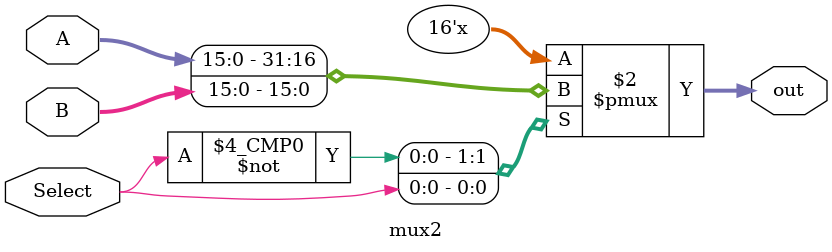
<source format=sv>
module mux4(input logic 	[15:0]	A, B, C, D,
					input logic 	[1:0] 	Select,
					output logic 	[15:0] 	out);
					
					
					always_comb
					begin
							case(Select)
								2'b00	:	out = A;
								2'b01	:	out = B;
								2'b10	:	out = C;
								2'b11	: 	out = D; 
							endcase
					end
endmodule



module mux2(input logic 	[15:0]	A, B,
					input logic 			 	Select,
					output logic 	[15:0] 	out);
					
					
					always_comb
					begin
							case(Select)
								1'b0	:	out = A;
								1'b1	:	out = B; 
				
							endcase
					end
endmodule


</source>
